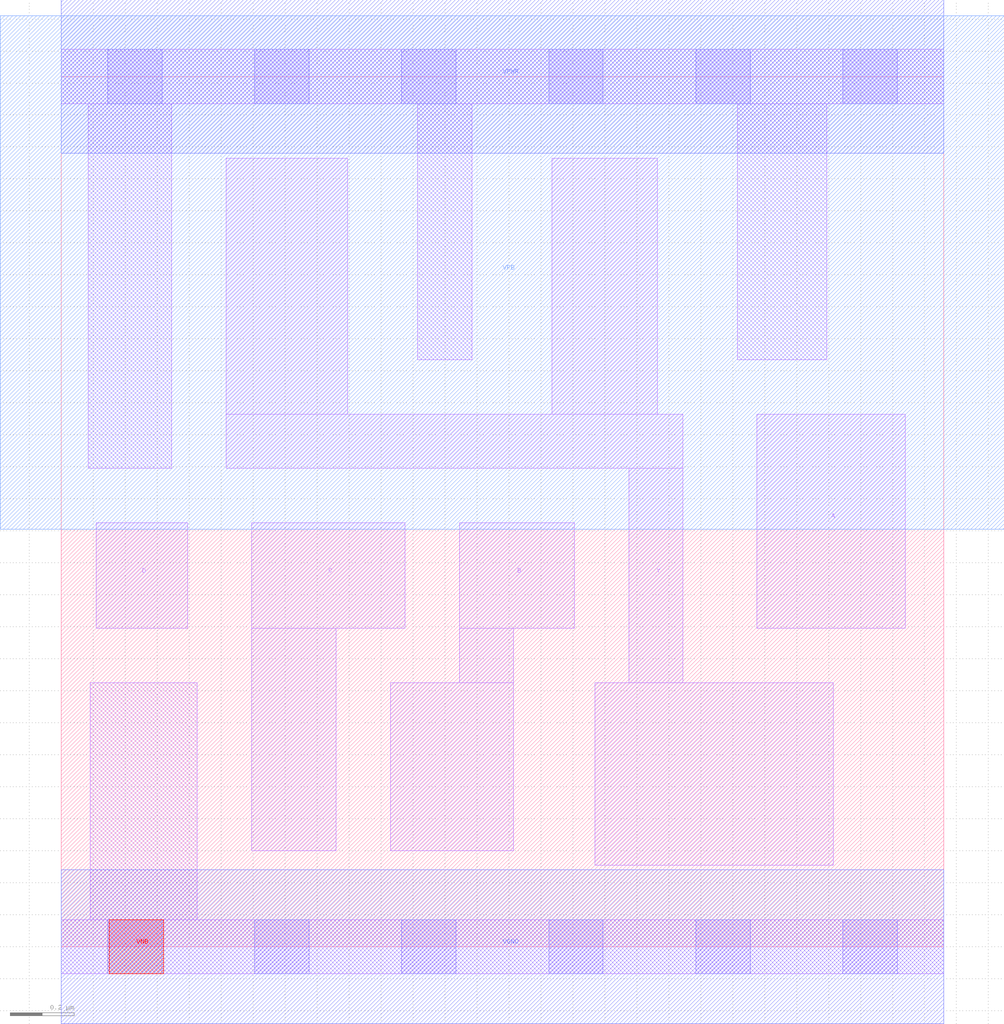
<source format=lef>
# Copyright 2020 The SkyWater PDK Authors
#
# Licensed under the Apache License, Version 2.0 (the "License");
# you may not use this file except in compliance with the License.
# You may obtain a copy of the License at
#
#     https://www.apache.org/licenses/LICENSE-2.0
#
# Unless required by applicable law or agreed to in writing, software
# distributed under the License is distributed on an "AS IS" BASIS,
# WITHOUT WARRANTIES OR CONDITIONS OF ANY KIND, either express or implied.
# See the License for the specific language governing permissions and
# limitations under the License.
#
# SPDX-License-Identifier: Apache-2.0

VERSION 5.7 ;
  NOWIREEXTENSIONATPIN ON ;
  DIVIDERCHAR "/" ;
  BUSBITCHARS "[]" ;
PROPERTYDEFINITIONS
  MACRO maskLayoutSubType STRING ;
  MACRO prCellType STRING ;
  MACRO originalViewName STRING ;
END PROPERTYDEFINITIONS
MACRO sky130_fd_sc_hdll__nand4_1
  CLASS CORE ;
  FOREIGN sky130_fd_sc_hdll__nand4_1 ;
  ORIGIN  0.000000  0.000000 ;
  SIZE  2.760000 BY  2.720000 ;
  SYMMETRY X Y R90 ;
  SITE unithd ;
  PIN A
    ANTENNAGATEAREA  0.277500 ;
    DIRECTION INPUT ;
    USE SIGNAL ;
    PORT
      LAYER li1 ;
        RECT 2.175000 0.995000 2.640000 1.665000 ;
    END
  END A
  PIN B
    ANTENNAGATEAREA  0.277500 ;
    DIRECTION INPUT ;
    USE SIGNAL ;
    PORT
      LAYER li1 ;
        RECT 1.030000 0.300000 1.415000 0.825000 ;
        RECT 1.245000 0.825000 1.415000 0.995000 ;
        RECT 1.245000 0.995000 1.605000 1.325000 ;
    END
  END B
  PIN C
    ANTENNAGATEAREA  0.277500 ;
    DIRECTION INPUT ;
    USE SIGNAL ;
    PORT
      LAYER li1 ;
        RECT 0.595000 0.300000 0.860000 0.995000 ;
        RECT 0.595000 0.995000 1.075000 1.325000 ;
    END
  END C
  PIN D
    ANTENNAGATEAREA  0.277500 ;
    DIRECTION INPUT ;
    USE SIGNAL ;
    PORT
      LAYER li1 ;
        RECT 0.110000 0.995000 0.395000 1.325000 ;
    END
  END D
  PIN VGND
    ANTENNADIFFAREA  0.201500 ;
    DIRECTION INOUT ;
    USE SIGNAL ;
    PORT
      LAYER met1 ;
        RECT 0.000000 -0.240000 2.760000 0.240000 ;
    END
  END VGND
  PIN VPWR
    ANTENNADIFFAREA  0.870000 ;
    DIRECTION INOUT ;
    USE SIGNAL ;
    PORT
      LAYER met1 ;
        RECT 0.000000 2.480000 2.760000 2.960000 ;
    END
  END VPWR
  PIN Y
    ANTENNADIFFAREA  0.867500 ;
    DIRECTION OUTPUT ;
    USE SIGNAL ;
    PORT
      LAYER li1 ;
        RECT 0.515000 1.495000 1.945000 1.665000 ;
        RECT 0.515000 1.665000 0.895000 2.465000 ;
        RECT 1.535000 1.665000 1.865000 2.465000 ;
        RECT 1.670000 0.255000 2.415000 0.825000 ;
        RECT 1.775000 0.825000 1.945000 1.495000 ;
    END
  END Y
  PIN VNB
    DIRECTION INOUT ;
    USE GROUND ;
    PORT
      LAYER pwell ;
        RECT 0.150000 -0.085000 0.320000 0.085000 ;
    END
  END VNB
  PIN VPB
    DIRECTION INOUT ;
    USE POWER ;
    PORT
      LAYER nwell ;
        RECT -0.190000 1.305000 2.950000 2.910000 ;
    END
  END VPB
  OBS
    LAYER li1 ;
      RECT 0.000000 -0.085000 2.760000 0.085000 ;
      RECT 0.000000  2.635000 2.760000 2.805000 ;
      RECT 0.085000  1.495000 0.345000 2.635000 ;
      RECT 0.090000  0.085000 0.425000 0.825000 ;
      RECT 1.115000  1.835000 1.285000 2.635000 ;
      RECT 2.115000  1.835000 2.395000 2.635000 ;
    LAYER mcon ;
      RECT 0.145000 -0.085000 0.315000 0.085000 ;
      RECT 0.145000  2.635000 0.315000 2.805000 ;
      RECT 0.605000 -0.085000 0.775000 0.085000 ;
      RECT 0.605000  2.635000 0.775000 2.805000 ;
      RECT 1.065000 -0.085000 1.235000 0.085000 ;
      RECT 1.065000  2.635000 1.235000 2.805000 ;
      RECT 1.525000 -0.085000 1.695000 0.085000 ;
      RECT 1.525000  2.635000 1.695000 2.805000 ;
      RECT 1.985000 -0.085000 2.155000 0.085000 ;
      RECT 1.985000  2.635000 2.155000 2.805000 ;
      RECT 2.445000 -0.085000 2.615000 0.085000 ;
      RECT 2.445000  2.635000 2.615000 2.805000 ;
  END
  PROPERTY maskLayoutSubType "abstract" ;
  PROPERTY prCellType "standard" ;
  PROPERTY originalViewName "layout" ;
END sky130_fd_sc_hdll__nand4_1
END LIBRARY

</source>
